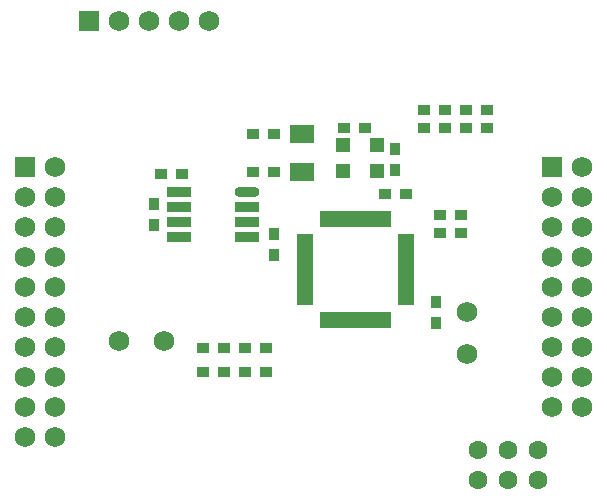
<source format=gbs>
%FSLAX25Y25*%
%MOIN*%
G70*
G01*
G75*
G04 Layer_Color=16711935*
%ADD10R,0.05709X0.02756*%
%ADD11R,0.03500X0.03000*%
%ADD12R,0.02362X0.04299*%
%ADD13R,0.04724X0.09843*%
%ADD14R,0.11811X0.23622*%
%ADD15R,0.15748X0.06000*%
%ADD16R,0.03937X0.03937*%
%ADD17R,0.03937X0.03937*%
%ADD18R,0.03000X0.03500*%
%ADD19R,0.03937X0.03937*%
%ADD20R,0.03937X0.03937*%
%ADD21C,0.01000*%
%ADD22C,0.02500*%
%ADD23C,0.02000*%
%ADD24C,0.06000*%
%ADD25C,0.01500*%
%ADD26C,0.03000*%
%ADD27C,0.05000*%
%ADD28R,0.12500X0.06000*%
%ADD29R,0.14000X0.23000*%
%ADD30C,0.06000*%
%ADD31R,0.06000X0.06000*%
%ADD32R,0.06000X0.06000*%
%ADD33C,0.05512*%
%ADD34C,0.02500*%
%ADD35R,0.07600X0.02400*%
%ADD36O,0.07600X0.02400*%
%ADD37R,0.07087X0.05512*%
%ADD38R,0.04724X0.01181*%
%ADD39R,0.01181X0.04724*%
%ADD40C,0.00500*%
%ADD41C,0.00787*%
%ADD42C,0.00600*%
%ADD43C,0.00800*%
%ADD44R,0.01300X0.11811*%
%ADD45C,0.00400*%
%ADD46C,0.02756*%
%ADD47C,0.00100*%
%ADD48R,0.06509X0.03556*%
%ADD49R,0.04300X0.03800*%
%ADD50R,0.03162X0.05099*%
%ADD51R,0.05524X0.10642*%
%ADD52R,0.12611X0.24422*%
%ADD53R,0.16548X0.06800*%
%ADD54R,0.04737X0.04737*%
%ADD55R,0.04737X0.04737*%
%ADD56R,0.03800X0.04300*%
%ADD57R,0.04737X0.04737*%
%ADD58R,0.04737X0.04737*%
%ADD59C,0.06800*%
%ADD60R,0.06800X0.06800*%
%ADD61R,0.06800X0.06800*%
%ADD62C,0.06312*%
%ADD63R,0.08400X0.03200*%
%ADD64O,0.08400X0.03200*%
%ADD65R,0.07887X0.06312*%
%ADD66R,0.05524X0.01981*%
%ADD67R,0.01981X0.05524*%
D49*
X151000Y105000D02*
D03*
X144000D02*
D03*
X151000Y99000D02*
D03*
X144000D02*
D03*
X119000Y134000D02*
D03*
X112000D02*
D03*
X81500Y132000D02*
D03*
X88500D02*
D03*
X81500Y119402D02*
D03*
X88500D02*
D03*
X152500Y134000D02*
D03*
X159500D02*
D03*
X152500Y140000D02*
D03*
X159500D02*
D03*
X138500D02*
D03*
X145500D02*
D03*
X138500Y134000D02*
D03*
X145500D02*
D03*
X79000Y52500D02*
D03*
X86000D02*
D03*
X65000D02*
D03*
X72000D02*
D03*
X65000Y60500D02*
D03*
X72000D02*
D03*
X79000D02*
D03*
X86000D02*
D03*
X58000Y118500D02*
D03*
X51000D02*
D03*
X132500Y112000D02*
D03*
X125500D02*
D03*
D56*
X129000Y127000D02*
D03*
Y120000D02*
D03*
X48500Y108500D02*
D03*
Y101500D02*
D03*
X88500Y91500D02*
D03*
Y98500D02*
D03*
X142500Y69000D02*
D03*
Y76000D02*
D03*
D58*
X123112Y128457D02*
D03*
X111695Y119796D02*
D03*
X123112D02*
D03*
X111695Y128457D02*
D03*
D59*
X153000Y58500D02*
D03*
Y72500D02*
D03*
X52000Y63000D02*
D03*
X37000D02*
D03*
Y169500D02*
D03*
X47000D02*
D03*
X57000D02*
D03*
X67000D02*
D03*
X191350Y121000D02*
D03*
X181350Y111000D02*
D03*
X191350D02*
D03*
X181350Y101000D02*
D03*
X191350D02*
D03*
X181350Y91000D02*
D03*
X191350D02*
D03*
X181350Y81000D02*
D03*
X191350D02*
D03*
X181350Y71000D02*
D03*
X191350D02*
D03*
X181350Y61000D02*
D03*
X191350D02*
D03*
X181350Y51000D02*
D03*
X191350D02*
D03*
X181350Y41000D02*
D03*
X191350D02*
D03*
X15500Y121000D02*
D03*
X5500Y111000D02*
D03*
X15500D02*
D03*
X5500Y101000D02*
D03*
X15500D02*
D03*
X5500Y81000D02*
D03*
X15500D02*
D03*
X5500Y71000D02*
D03*
X15500D02*
D03*
X5500Y61000D02*
D03*
X15500D02*
D03*
X5500Y51000D02*
D03*
X15500D02*
D03*
X5500Y41000D02*
D03*
X15500D02*
D03*
X5500Y31000D02*
D03*
X15500D02*
D03*
X5500Y91000D02*
D03*
X15500D02*
D03*
D60*
X27000Y169500D02*
D03*
D61*
X181350Y121000D02*
D03*
X5500D02*
D03*
D62*
X166500Y16800D02*
D03*
X156500Y26800D02*
D03*
X176500Y16800D02*
D03*
X156500D02*
D03*
X166500Y26800D02*
D03*
X176500D02*
D03*
D63*
X57000Y112500D02*
D03*
Y107500D02*
D03*
Y102500D02*
D03*
Y97500D02*
D03*
X79500D02*
D03*
Y102500D02*
D03*
Y107500D02*
D03*
D64*
Y112500D02*
D03*
D65*
X98000Y119402D02*
D03*
Y132000D02*
D03*
D66*
X99094Y97594D02*
D03*
Y95626D02*
D03*
Y93657D02*
D03*
Y91689D02*
D03*
Y89720D02*
D03*
Y87752D02*
D03*
Y85783D02*
D03*
Y83815D02*
D03*
Y81846D02*
D03*
Y79878D02*
D03*
Y77909D02*
D03*
Y75941D02*
D03*
X132559Y75941D02*
D03*
Y77909D02*
D03*
Y79878D02*
D03*
Y81846D02*
D03*
Y83815D02*
D03*
Y85783D02*
D03*
Y87752D02*
D03*
Y89720D02*
D03*
Y91689D02*
D03*
Y93657D02*
D03*
Y95626D02*
D03*
Y97594D02*
D03*
D67*
X105000Y70035D02*
D03*
X106968D02*
D03*
X108937D02*
D03*
X110906D02*
D03*
X112874D02*
D03*
X114842D02*
D03*
X116811D02*
D03*
X118780D02*
D03*
X120748D02*
D03*
X122716D02*
D03*
X124685D02*
D03*
X126654D02*
D03*
Y103500D02*
D03*
X124685D02*
D03*
X122716D02*
D03*
X120748D02*
D03*
X118780D02*
D03*
X116811D02*
D03*
X114842D02*
D03*
X112874D02*
D03*
X110906D02*
D03*
X108937D02*
D03*
X106968D02*
D03*
X105000D02*
D03*
M02*

</source>
